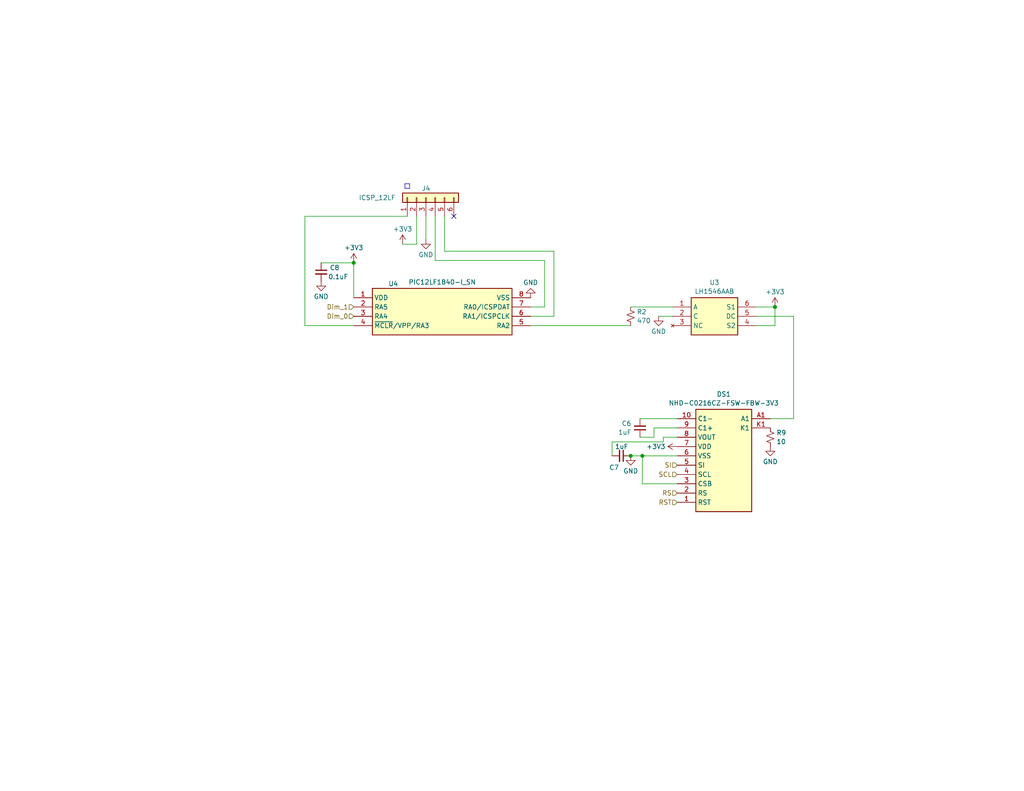
<source format=kicad_sch>
(kicad_sch (version 20230121) (generator eeschema)

  (uuid fa2cadb1-eb1f-4118-8f74-ea65f6e33c7c)

  (paper "USLetter")

  (title_block
    (title "TriBander Latching Relay Board w/LCD")
    (date "2024-Jan")
    (rev "1.0")
    (company "AI6XG")
  )

  (lib_symbols
    (symbol "+3V3_1" (power) (pin_numbers hide) (pin_names (offset 0) hide) (in_bom yes) (on_board yes)
      (property "Reference" "#PWR" (at 0 -3.81 0)
        (effects (font (size 1.27 1.27)) hide)
      )
      (property "Value" "+3V3_1" (at 0 3.556 0)
        (effects (font (size 1.27 1.27)))
      )
      (property "Footprint" "" (at 0 0 0)
        (effects (font (size 1.27 1.27)) hide)
      )
      (property "Datasheet" "" (at 0 0 0)
        (effects (font (size 1.27 1.27)) hide)
      )
      (property "ki_keywords" "global power" (at 0 0 0)
        (effects (font (size 1.27 1.27)) hide)
      )
      (property "ki_description" "Power symbol creates a global label with name \"+3V3\"" (at 0 0 0)
        (effects (font (size 1.27 1.27)) hide)
      )
      (symbol "+3V3_1_0_1"
        (polyline
          (pts
            (xy -0.762 1.27)
            (xy 0 2.54)
          )
          (stroke (width 0) (type default))
          (fill (type none))
        )
        (polyline
          (pts
            (xy 0 0)
            (xy 0 2.54)
          )
          (stroke (width 0) (type default))
          (fill (type none))
        )
        (polyline
          (pts
            (xy 0 2.54)
            (xy 0.762 1.27)
          )
          (stroke (width 0) (type default))
          (fill (type none))
        )
      )
      (symbol "+3V3_1_1_1"
        (pin power_in line (at 0 0 90) (length 0) hide
          (name "+3V3" (effects (font (size 1.27 1.27))))
          (number "1" (effects (font (size 1.27 1.27))))
        )
      )
    )
    (symbol "AI6XG_Library:LH1546AABTR" (in_bom yes) (on_board yes)
      (property "Reference" "U" (at 19.05 7.62 0)
        (effects (font (size 1.27 1.27)) (justify left top))
      )
      (property "Value" "LH1546AABTR" (at 19.05 5.08 0)
        (effects (font (size 1.27 1.27)) (justify left top))
      )
      (property "Footprint" "LH1540AABTR:SOP254P980X425-6N" (at 19.05 -94.92 0)
        (effects (font (size 1.27 1.27)) (justify left top) hide)
      )
      (property "Datasheet" "https://www.vishay.com/doc?83838" (at 19.05 -194.92 0)
        (effects (font (size 1.27 1.27)) (justify left top) hide)
      )
      (property "Height" "4.25" (at 19.05 -394.92 0)
        (effects (font (size 1.27 1.27)) (justify left top) hide)
      )
      (property "Mouser Part Number" "782-LH1546AABTR" (at 19.05 -494.92 0)
        (effects (font (size 1.27 1.27)) (justify left top) hide)
      )
      (property "Mouser Price/Stock" "https://www.mouser.co.uk/ProductDetail/Vishay-Semiconductors/LH1546AABTR?qs=xCMk%252BIHWTZOMZAySjlNOdQ%3D%3D" (at 19.05 -594.92 0)
        (effects (font (size 1.27 1.27)) (justify left top) hide)
      )
      (property "Manufacturer_Name" "Vishay" (at 19.05 -694.92 0)
        (effects (font (size 1.27 1.27)) (justify left top) hide)
      )
      (property "Manufacturer_Part_Number" "LH1546AABTR" (at 19.05 -794.92 0)
        (effects (font (size 1.27 1.27)) (justify left top) hide)
      )
      (property "ki_description" "Solid State Relays - PCB Mount Normally Open Form 1A" (at 0 0 0)
        (effects (font (size 1.27 1.27)) hide)
      )
      (symbol "LH1546AABTR_1_1"
        (rectangle (start 5.08 2.54) (end 17.78 -7.62)
          (stroke (width 0.254) (type default))
          (fill (type background))
        )
        (pin input line (at 0 0 0) (length 5.08)
          (name "A" (effects (font (size 1.27 1.27))))
          (number "1" (effects (font (size 1.27 1.27))))
        )
        (pin input line (at 0 -2.54 0) (length 5.08)
          (name "C" (effects (font (size 1.27 1.27))))
          (number "2" (effects (font (size 1.27 1.27))))
        )
        (pin no_connect line (at 0 -5.08 0) (length 5.08)
          (name "NC" (effects (font (size 1.27 1.27))))
          (number "3" (effects (font (size 1.27 1.27))))
        )
        (pin output line (at 22.86 -5.08 180) (length 5.08)
          (name "S2" (effects (font (size 1.27 1.27))))
          (number "4" (effects (font (size 1.27 1.27))))
        )
        (pin output line (at 22.86 -2.54 180) (length 5.08)
          (name "DC" (effects (font (size 1.27 1.27))))
          (number "5" (effects (font (size 1.27 1.27))))
        )
        (pin output line (at 22.86 0 180) (length 5.08)
          (name "S1" (effects (font (size 1.27 1.27))))
          (number "6" (effects (font (size 1.27 1.27))))
        )
      )
    )
    (symbol "AI6XG_Library:NHD-C0216CZ-FSW-FBW-3V3" (in_bom yes) (on_board yes)
      (property "Reference" "DS1" (at 12.7 6.6843 0)
        (effects (font (size 1.27 1.27)))
      )
      (property "Value" "NHD-C0216CZ-FSW-FBW-3V3" (at 12.7 4.2601 0)
        (effects (font (size 1.27 1.27)))
      )
      (property "Footprint" "AI6XG:NHDC0216CZFSWFBW3V3" (at 21.59 -94.92 0)
        (effects (font (size 1.27 1.27)) (justify left top) hide)
      )
      (property "Datasheet" "https://componentsearchengine.com/Datasheets/1/NHD-C0216CZ-FSW-FBW-3V3.pdf" (at 21.59 -194.92 0)
        (effects (font (size 1.27 1.27)) (justify left top) hide)
      )
      (property "Height" "4.3" (at 21.59 -394.92 0)
        (effects (font (size 1.27 1.27)) (justify left top) hide)
      )
      (property "Mouser Part Number" "763-C0216CZ-FSWFBW3V" (at 21.59 -494.92 0)
        (effects (font (size 1.27 1.27)) (justify left top) hide)
      )
      (property "Mouser Price/Stock" "https://www.mouser.co.uk/ProductDetail/Newhaven-Display/NHD-C0216CZ-FSW-FBW-3V3?qs=Vb5qD4CGh4m6cxNhtXLL7w%3D%3D" (at 21.59 -594.92 0)
        (effects (font (size 1.27 1.27)) (justify left top) hide)
      )
      (property "Manufacturer_Name" "Newhaven Display" (at 21.59 -694.92 0)
        (effects (font (size 1.27 1.27)) (justify left top) hide)
      )
      (property "Manufacturer_Part_Number" "NHD-C0216CZ-FSW-FBW-3V3" (at 21.59 -794.92 0)
        (effects (font (size 1.27 1.27)) (justify left top) hide)
      )
      (property "ki_description" "LCD Character Display Modules & Accessories FSTN (+) Transfl 41.4 x 24.3 x 4.0" (at 0 0 0)
        (effects (font (size 1.27 1.27)) hide)
      )
      (symbol "NHD-C0216CZ-FSW-FBW-3V3_1_1"
        (rectangle (start 5.08 2.54) (end 20.32 -25.4)
          (stroke (width 0.254) (type default))
          (fill (type background))
        )
        (pin input line (at 0 -22.86 0) (length 5.08)
          (name "RST" (effects (font (size 1.27 1.27))))
          (number "1" (effects (font (size 1.27 1.27))))
        )
        (pin passive line (at 0 0 0) (length 5.08)
          (name "C1-" (effects (font (size 1.27 1.27))))
          (number "10" (effects (font (size 1.27 1.27))))
        )
        (pin input line (at 0 -20.32 0) (length 5.08)
          (name "RS" (effects (font (size 1.27 1.27))))
          (number "2" (effects (font (size 1.27 1.27))))
        )
        (pin input line (at 0 -17.78 0) (length 5.08)
          (name "CSB" (effects (font (size 1.27 1.27))))
          (number "3" (effects (font (size 1.27 1.27))))
        )
        (pin input line (at 0 -15.24 0) (length 5.08)
          (name "SCL" (effects (font (size 1.27 1.27))))
          (number "4" (effects (font (size 1.27 1.27))))
        )
        (pin input line (at 0 -12.7 0) (length 5.08)
          (name "SI" (effects (font (size 1.27 1.27))))
          (number "5" (effects (font (size 1.27 1.27))))
        )
        (pin power_in line (at 0 -10.16 0) (length 5.08)
          (name "VSS" (effects (font (size 1.27 1.27))))
          (number "6" (effects (font (size 1.27 1.27))))
        )
        (pin passive line (at 0 -7.62 0) (length 5.08)
          (name "VDD" (effects (font (size 1.27 1.27))))
          (number "7" (effects (font (size 1.27 1.27))))
        )
        (pin power_out line (at 0 -5.08 0) (length 5.08)
          (name "VOUT" (effects (font (size 1.27 1.27))))
          (number "8" (effects (font (size 1.27 1.27))))
        )
        (pin passive line (at 0 -2.54 0) (length 5.08)
          (name "C1+" (effects (font (size 1.27 1.27))))
          (number "9" (effects (font (size 1.27 1.27))))
        )
        (pin passive line (at 25.4 0 180) (length 5.08)
          (name "A1" (effects (font (size 1.27 1.27))))
          (number "A1" (effects (font (size 1.27 1.27))))
        )
        (pin passive line (at 25.4 -2.54 180) (length 5.08)
          (name "K1" (effects (font (size 1.27 1.27))))
          (number "K1" (effects (font (size 1.27 1.27))))
        )
      )
    )
    (symbol "AI6XG_Library:PIC12LF1840-I_SN" (in_bom yes) (on_board yes)
      (property "Reference" "U4" (at 10.795 3.81 0)
        (effects (font (size 1.27 1.27)))
      )
      (property "Value" "PIC12LF1840-I_SN" (at 24.13 4.2601 0)
        (effects (font (size 1.27 1.27)))
      )
      (property "Footprint" "Package_SO:SO-8_3.9x4.9mm_P1.27mm" (at 44.45 -94.92 0)
        (effects (font (size 1.27 1.27)) (justify left top) hide)
      )
      (property "Datasheet" "https://componentsearchengine.com/Datasheets/1/PIC12LF1840-I_SN.pdf" (at 44.45 -194.92 0)
        (effects (font (size 1.27 1.27)) (justify left top) hide)
      )
      (property "Height" "1.75" (at 44.45 -394.92 0)
        (effects (font (size 1.27 1.27)) (justify left top) hide)
      )
      (property "Mouser Part Number" "579-PIC12LF1840-I/SN" (at 44.45 -494.92 0)
        (effects (font (size 1.27 1.27)) (justify left top) hide)
      )
      (property "Mouser Price/Stock" "https://www.mouser.co.uk/ProductDetail/Microchip-Technology/PIC12LF1840-I-SN?qs=gdymDg%2FOn%252BHFfV2rdzRchw%3D%3D" (at 44.45 -594.92 0)
        (effects (font (size 1.27 1.27)) (justify left top) hide)
      )
      (property "Manufacturer_Name" "Microchip" (at 44.45 -694.92 0)
        (effects (font (size 1.27 1.27)) (justify left top) hide)
      )
      (property "Manufacturer_Part_Number" "PIC12LF1840-I/SN" (at 44.45 -794.92 0)
        (effects (font (size 1.27 1.27)) (justify left top) hide)
      )
      (property "ki_description" "8-bit Microcontrollers - MCU 7KB Flash EEPROM 256b nanoWatt" (at 0 0 0)
        (effects (font (size 1.27 1.27)) hide)
      )
      (symbol "PIC12LF1840-I_SN_1_1"
        (rectangle (start 5.08 2.54) (end 43.18 -10.16)
          (stroke (width 0.254) (type default))
          (fill (type background))
        )
        (pin passive line (at 0 0 0) (length 5.08)
          (name "VDD" (effects (font (size 1.27 1.27))))
          (number "1" (effects (font (size 1.27 1.27))))
        )
        (pin passive line (at 0 -2.54 0) (length 5.08)
          (name "RA5" (effects (font (size 1.27 1.27))))
          (number "2" (effects (font (size 1.27 1.27))))
        )
        (pin passive line (at 0 -5.08 0) (length 5.08)
          (name "RA4" (effects (font (size 1.27 1.27))))
          (number "3" (effects (font (size 1.27 1.27))))
        )
        (pin passive line (at 0 -7.62 0) (length 5.08)
          (name "~{MCLR}/VPP/RA3" (effects (font (size 1.27 1.27))))
          (number "4" (effects (font (size 1.27 1.27))))
        )
        (pin passive line (at 48.26 -7.62 180) (length 5.08)
          (name "RA2" (effects (font (size 1.27 1.27))))
          (number "5" (effects (font (size 1.27 1.27))))
        )
        (pin passive line (at 48.26 -5.08 180) (length 5.08)
          (name "RA1/ICSPCLK" (effects (font (size 1.27 1.27))))
          (number "6" (effects (font (size 1.27 1.27))))
        )
        (pin passive line (at 48.26 -2.54 180) (length 5.08)
          (name "RA0/ICSPDAT" (effects (font (size 1.27 1.27))))
          (number "7" (effects (font (size 1.27 1.27))))
        )
        (pin passive line (at 48.26 0 180) (length 5.08)
          (name "VSS" (effects (font (size 1.27 1.27))))
          (number "8" (effects (font (size 1.27 1.27))))
        )
      )
    )
    (symbol "Connector_Generic:Conn_01x06" (pin_names (offset 1.016) hide) (in_bom yes) (on_board yes)
      (property "Reference" "J" (at 0 7.62 0)
        (effects (font (size 1.27 1.27)))
      )
      (property "Value" "Conn_01x06" (at 0 -10.16 0)
        (effects (font (size 1.27 1.27)))
      )
      (property "Footprint" "" (at 0 0 0)
        (effects (font (size 1.27 1.27)) hide)
      )
      (property "Datasheet" "~" (at 0 0 0)
        (effects (font (size 1.27 1.27)) hide)
      )
      (property "ki_keywords" "connector" (at 0 0 0)
        (effects (font (size 1.27 1.27)) hide)
      )
      (property "ki_description" "Generic connector, single row, 01x06, script generated (kicad-library-utils/schlib/autogen/connector/)" (at 0 0 0)
        (effects (font (size 1.27 1.27)) hide)
      )
      (property "ki_fp_filters" "Connector*:*_1x??_*" (at 0 0 0)
        (effects (font (size 1.27 1.27)) hide)
      )
      (symbol "Conn_01x06_1_1"
        (rectangle (start -1.27 -7.493) (end 0 -7.747)
          (stroke (width 0.1524) (type default))
          (fill (type none))
        )
        (rectangle (start -1.27 -4.953) (end 0 -5.207)
          (stroke (width 0.1524) (type default))
          (fill (type none))
        )
        (rectangle (start -1.27 -2.413) (end 0 -2.667)
          (stroke (width 0.1524) (type default))
          (fill (type none))
        )
        (rectangle (start -1.27 0.127) (end 0 -0.127)
          (stroke (width 0.1524) (type default))
          (fill (type none))
        )
        (rectangle (start -1.27 2.667) (end 0 2.413)
          (stroke (width 0.1524) (type default))
          (fill (type none))
        )
        (rectangle (start -1.27 5.207) (end 0 4.953)
          (stroke (width 0.1524) (type default))
          (fill (type none))
        )
        (rectangle (start -1.27 6.35) (end 1.27 -8.89)
          (stroke (width 0.254) (type default))
          (fill (type background))
        )
        (pin passive line (at -5.08 5.08 0) (length 3.81)
          (name "Pin_1" (effects (font (size 1.27 1.27))))
          (number "1" (effects (font (size 1.27 1.27))))
        )
        (pin passive line (at -5.08 2.54 0) (length 3.81)
          (name "Pin_2" (effects (font (size 1.27 1.27))))
          (number "2" (effects (font (size 1.27 1.27))))
        )
        (pin passive line (at -5.08 0 0) (length 3.81)
          (name "Pin_3" (effects (font (size 1.27 1.27))))
          (number "3" (effects (font (size 1.27 1.27))))
        )
        (pin passive line (at -5.08 -2.54 0) (length 3.81)
          (name "Pin_4" (effects (font (size 1.27 1.27))))
          (number "4" (effects (font (size 1.27 1.27))))
        )
        (pin passive line (at -5.08 -5.08 0) (length 3.81)
          (name "Pin_5" (effects (font (size 1.27 1.27))))
          (number "5" (effects (font (size 1.27 1.27))))
        )
        (pin passive line (at -5.08 -7.62 0) (length 3.81)
          (name "Pin_6" (effects (font (size 1.27 1.27))))
          (number "6" (effects (font (size 1.27 1.27))))
        )
      )
    )
    (symbol "Device:C_Small" (pin_numbers hide) (pin_names (offset 0.254) hide) (in_bom yes) (on_board yes)
      (property "Reference" "C" (at 0.254 1.778 0)
        (effects (font (size 1.27 1.27)) (justify left))
      )
      (property "Value" "C_Small" (at 0.254 -2.032 0)
        (effects (font (size 1.27 1.27)) (justify left))
      )
      (property "Footprint" "" (at 0 0 0)
        (effects (font (size 1.27 1.27)) hide)
      )
      (property "Datasheet" "~" (at 0 0 0)
        (effects (font (size 1.27 1.27)) hide)
      )
      (property "ki_keywords" "capacitor cap" (at 0 0 0)
        (effects (font (size 1.27 1.27)) hide)
      )
      (property "ki_description" "Unpolarized capacitor, small symbol" (at 0 0 0)
        (effects (font (size 1.27 1.27)) hide)
      )
      (property "ki_fp_filters" "C_*" (at 0 0 0)
        (effects (font (size 1.27 1.27)) hide)
      )
      (symbol "C_Small_0_1"
        (polyline
          (pts
            (xy -1.524 -0.508)
            (xy 1.524 -0.508)
          )
          (stroke (width 0.3302) (type default))
          (fill (type none))
        )
        (polyline
          (pts
            (xy -1.524 0.508)
            (xy 1.524 0.508)
          )
          (stroke (width 0.3048) (type default))
          (fill (type none))
        )
      )
      (symbol "C_Small_1_1"
        (pin passive line (at 0 2.54 270) (length 2.032)
          (name "~" (effects (font (size 1.27 1.27))))
          (number "1" (effects (font (size 1.27 1.27))))
        )
        (pin passive line (at 0 -2.54 90) (length 2.032)
          (name "~" (effects (font (size 1.27 1.27))))
          (number "2" (effects (font (size 1.27 1.27))))
        )
      )
    )
    (symbol "Device:R_Small_US" (pin_numbers hide) (pin_names (offset 0.254) hide) (in_bom yes) (on_board yes)
      (property "Reference" "R" (at 0.762 0.508 0)
        (effects (font (size 1.27 1.27)) (justify left))
      )
      (property "Value" "R_Small_US" (at 0.762 -1.016 0)
        (effects (font (size 1.27 1.27)) (justify left))
      )
      (property "Footprint" "" (at 0 0 0)
        (effects (font (size 1.27 1.27)) hide)
      )
      (property "Datasheet" "~" (at 0 0 0)
        (effects (font (size 1.27 1.27)) hide)
      )
      (property "ki_keywords" "r resistor" (at 0 0 0)
        (effects (font (size 1.27 1.27)) hide)
      )
      (property "ki_description" "Resistor, small US symbol" (at 0 0 0)
        (effects (font (size 1.27 1.27)) hide)
      )
      (property "ki_fp_filters" "R_*" (at 0 0 0)
        (effects (font (size 1.27 1.27)) hide)
      )
      (symbol "R_Small_US_1_1"
        (polyline
          (pts
            (xy 0 0)
            (xy 1.016 -0.381)
            (xy 0 -0.762)
            (xy -1.016 -1.143)
            (xy 0 -1.524)
          )
          (stroke (width 0) (type default))
          (fill (type none))
        )
        (polyline
          (pts
            (xy 0 1.524)
            (xy 1.016 1.143)
            (xy 0 0.762)
            (xy -1.016 0.381)
            (xy 0 0)
          )
          (stroke (width 0) (type default))
          (fill (type none))
        )
        (pin passive line (at 0 2.54 270) (length 1.016)
          (name "~" (effects (font (size 1.27 1.27))))
          (number "1" (effects (font (size 1.27 1.27))))
        )
        (pin passive line (at 0 -2.54 90) (length 1.016)
          (name "~" (effects (font (size 1.27 1.27))))
          (number "2" (effects (font (size 1.27 1.27))))
        )
      )
    )
    (symbol "GND_2" (power) (pin_numbers hide) (pin_names (offset 0) hide) (in_bom yes) (on_board yes)
      (property "Reference" "#PWR" (at 0 -6.35 0)
        (effects (font (size 1.27 1.27)) hide)
      )
      (property "Value" "GND_2" (at 0 -3.81 0)
        (effects (font (size 1.27 1.27)))
      )
      (property "Footprint" "" (at 0 0 0)
        (effects (font (size 1.27 1.27)) hide)
      )
      (property "Datasheet" "" (at 0 0 0)
        (effects (font (size 1.27 1.27)) hide)
      )
      (property "ki_keywords" "power-flag" (at 0 0 0)
        (effects (font (size 1.27 1.27)) hide)
      )
      (property "ki_description" "Power symbol creates a global label with name \"GND\" , ground" (at 0 0 0)
        (effects (font (size 1.27 1.27)) hide)
      )
      (symbol "GND_2_0_1"
        (polyline
          (pts
            (xy 0 0)
            (xy 0 -1.27)
            (xy 1.27 -1.27)
            (xy 0 -2.54)
            (xy -1.27 -1.27)
            (xy 0 -1.27)
          )
          (stroke (width 0) (type default))
          (fill (type none))
        )
      )
      (symbol "GND_2_1_1"
        (pin power_in line (at 0 0 270) (length 0) hide
          (name "GND" (effects (font (size 1.27 1.27))))
          (number "1" (effects (font (size 1.27 1.27))))
        )
      )
    )
    (symbol "power:+3V3" (power) (pin_numbers hide) (pin_names (offset 0) hide) (in_bom yes) (on_board yes)
      (property "Reference" "#PWR" (at 0 -3.81 0)
        (effects (font (size 1.27 1.27)) hide)
      )
      (property "Value" "+3V3" (at 0 3.556 0)
        (effects (font (size 1.27 1.27)))
      )
      (property "Footprint" "" (at 0 0 0)
        (effects (font (size 1.27 1.27)) hide)
      )
      (property "Datasheet" "" (at 0 0 0)
        (effects (font (size 1.27 1.27)) hide)
      )
      (property "ki_keywords" "global power" (at 0 0 0)
        (effects (font (size 1.27 1.27)) hide)
      )
      (property "ki_description" "Power symbol creates a global label with name \"+3V3\"" (at 0 0 0)
        (effects (font (size 1.27 1.27)) hide)
      )
      (symbol "+3V3_0_1"
        (polyline
          (pts
            (xy -0.762 1.27)
            (xy 0 2.54)
          )
          (stroke (width 0) (type default))
          (fill (type none))
        )
        (polyline
          (pts
            (xy 0 0)
            (xy 0 2.54)
          )
          (stroke (width 0) (type default))
          (fill (type none))
        )
        (polyline
          (pts
            (xy 0 2.54)
            (xy 0.762 1.27)
          )
          (stroke (width 0) (type default))
          (fill (type none))
        )
      )
      (symbol "+3V3_1_1"
        (pin power_in line (at 0 0 90) (length 0) hide
          (name "+3V3" (effects (font (size 1.27 1.27))))
          (number "1" (effects (font (size 1.27 1.27))))
        )
      )
    )
    (symbol "power:GND" (power) (pin_numbers hide) (pin_names (offset 0) hide) (in_bom yes) (on_board yes)
      (property "Reference" "#PWR" (at 0 -6.35 0)
        (effects (font (size 1.27 1.27)) hide)
      )
      (property "Value" "GND" (at 0 -3.81 0)
        (effects (font (size 1.27 1.27)))
      )
      (property "Footprint" "" (at 0 0 0)
        (effects (font (size 1.27 1.27)) hide)
      )
      (property "Datasheet" "" (at 0 0 0)
        (effects (font (size 1.27 1.27)) hide)
      )
      (property "ki_keywords" "global power" (at 0 0 0)
        (effects (font (size 1.27 1.27)) hide)
      )
      (property "ki_description" "Power symbol creates a global label with name \"GND\" , ground" (at 0 0 0)
        (effects (font (size 1.27 1.27)) hide)
      )
      (symbol "GND_0_1"
        (polyline
          (pts
            (xy 0 0)
            (xy 0 -1.27)
            (xy 1.27 -1.27)
            (xy 0 -2.54)
            (xy -1.27 -1.27)
            (xy 0 -1.27)
          )
          (stroke (width 0) (type default))
          (fill (type none))
        )
      )
      (symbol "GND_1_1"
        (pin power_in line (at 0 0 270) (length 0) hide
          (name "GND" (effects (font (size 1.27 1.27))))
          (number "1" (effects (font (size 1.27 1.27))))
        )
      )
    )
  )

  (junction (at 175.26 124.46) (diameter 0) (color 0 0 0 0)
    (uuid 4bc39a9b-2576-4339-bb70-0a06227560c1)
  )
  (junction (at 211.455 83.82) (diameter 0) (color 0 0 0 0)
    (uuid c3f02691-adbb-4c59-8290-fde8e4e309eb)
  )
  (junction (at 96.52 71.755) (diameter 0) (color 0 0 0 0)
    (uuid ce0c4c27-9004-4e3b-ad58-a28aab00e7eb)
  )
  (junction (at 172.085 124.46) (diameter 0) (color 0 0 0 0)
    (uuid e03513fa-9a0b-4664-b86e-4ef1f83615e2)
  )

  (no_connect (at 123.825 59.055) (uuid 4fbfa7e1-91a2-4e90-9c80-02815fa67185))

  (wire (pts (xy 175.26 124.46) (xy 175.26 132.08))
    (stroke (width 0) (type default))
    (uuid 034029f3-f176-4c49-ae20-8d18f5f4a9d2)
  )
  (wire (pts (xy 174.625 114.3) (xy 184.785 114.3))
    (stroke (width 0) (type default))
    (uuid 04711f11-2ee7-4d4e-91d4-83f9839bd20d)
  )
  (wire (pts (xy 180.975 119.38) (xy 180.975 120.65))
    (stroke (width 0) (type default))
    (uuid 0a6c27df-b6b2-4903-b5f9-38b7e13f4a35)
  )
  (wire (pts (xy 216.535 114.3) (xy 210.185 114.3))
    (stroke (width 0) (type default))
    (uuid 1480ae77-d86e-486b-aa7f-e59d000e9168)
  )
  (wire (pts (xy 172.085 83.82) (xy 183.515 83.82))
    (stroke (width 0) (type default))
    (uuid 17418d68-35f0-41b3-94f6-90fd94a9a938)
  )
  (wire (pts (xy 206.375 86.36) (xy 216.535 86.36))
    (stroke (width 0) (type default))
    (uuid 24c5b496-d2ac-4b34-90a5-f237cb083149)
  )
  (wire (pts (xy 179.705 86.36) (xy 183.515 86.36))
    (stroke (width 0) (type default))
    (uuid 2c09f914-f356-4046-b345-28a3b8802d9a)
  )
  (wire (pts (xy 211.455 83.82) (xy 211.455 88.9))
    (stroke (width 0) (type default))
    (uuid 2cb28fd1-d947-4761-a244-4d02ee8fae8b)
  )
  (polyline (pts (xy 110.49 50.165) (xy 111.76 50.165))
    (stroke (width 0) (type default))
    (uuid 305e5dda-d644-4914-a017-a966e77d6407)
  )

  (wire (pts (xy 83.185 59.055) (xy 83.185 88.9))
    (stroke (width 0) (type default))
    (uuid 3230d608-cc69-4819-890a-b5adaa8a23ad)
  )
  (wire (pts (xy 216.535 86.36) (xy 216.535 114.3))
    (stroke (width 0) (type default))
    (uuid 417e4ded-2a04-41d7-88d1-bfbcf0e04b61)
  )
  (wire (pts (xy 184.785 132.08) (xy 175.26 132.08))
    (stroke (width 0) (type default))
    (uuid 486cda68-24a8-49f6-93eb-7b2d365f2e74)
  )
  (wire (pts (xy 175.26 124.46) (xy 184.785 124.46))
    (stroke (width 0) (type default))
    (uuid 4a0cb8e5-a3e5-4812-ac56-dd0c6ff9809c)
  )
  (wire (pts (xy 116.205 65.405) (xy 116.205 59.055))
    (stroke (width 0) (type default))
    (uuid 4ac82e3d-4b41-4d8d-86b3-687bb48752f7)
  )
  (wire (pts (xy 118.745 71.12) (xy 148.59 71.12))
    (stroke (width 0) (type default))
    (uuid 506e8fa5-bf22-4036-b7c5-ee50d7e714cb)
  )
  (wire (pts (xy 206.375 83.82) (xy 211.455 83.82))
    (stroke (width 0) (type default))
    (uuid 51f6f6c7-9b82-4ad4-af48-df7db6ad0742)
  )
  (polyline (pts (xy 111.76 51.435) (xy 111.76 50.165))
    (stroke (width 0) (type default))
    (uuid 67e481d3-f3ac-4653-a614-e1174058533e)
  )

  (wire (pts (xy 180.975 120.65) (xy 167.005 120.65))
    (stroke (width 0) (type default))
    (uuid 6811b165-457e-44fe-8016-036d384f09a1)
  )
  (wire (pts (xy 121.285 59.055) (xy 121.285 68.58))
    (stroke (width 0) (type default))
    (uuid 74273e73-2d25-4e12-a9f8-eef968a5f551)
  )
  (wire (pts (xy 144.78 88.9) (xy 172.085 88.9))
    (stroke (width 0) (type default))
    (uuid 76b992cf-d181-40d7-a6fa-6c3df5e191eb)
  )
  (wire (pts (xy 178.435 119.38) (xy 178.435 116.84))
    (stroke (width 0) (type default))
    (uuid 7ba09f01-3c05-4c70-a542-bec67123c06b)
  )
  (wire (pts (xy 148.59 71.12) (xy 148.59 83.82))
    (stroke (width 0) (type default))
    (uuid 804fa1f1-1750-42c4-aaba-96243401f112)
  )
  (wire (pts (xy 83.185 88.9) (xy 96.52 88.9))
    (stroke (width 0) (type default))
    (uuid 817d32bc-505a-4db5-ba41-61a8a0d8bc6b)
  )
  (wire (pts (xy 151.13 86.36) (xy 144.78 86.36))
    (stroke (width 0) (type default))
    (uuid 86ad23f2-22b7-4aba-b5cb-88f0aa036ee6)
  )
  (wire (pts (xy 87.63 71.755) (xy 96.52 71.755))
    (stroke (width 0) (type default))
    (uuid 99fb7ca7-fae5-41e2-9339-5bd6a237e079)
  )
  (wire (pts (xy 148.59 83.82) (xy 144.78 83.82))
    (stroke (width 0) (type default))
    (uuid 9d6675ba-d8cc-4ae5-9e65-6ee3c27ff655)
  )
  (wire (pts (xy 151.13 68.58) (xy 151.13 86.36))
    (stroke (width 0) (type default))
    (uuid a50cf12c-d542-4f89-b7e6-d171b71caf9b)
  )
  (polyline (pts (xy 110.49 51.435) (xy 111.76 51.435))
    (stroke (width 0) (type default))
    (uuid a89918b3-94b0-44ed-9af7-2f33ac6afda0)
  )

  (wire (pts (xy 178.435 116.84) (xy 184.785 116.84))
    (stroke (width 0) (type default))
    (uuid ad48988f-e7ed-45d2-ae44-98df9da32fa3)
  )
  (wire (pts (xy 184.785 119.38) (xy 180.975 119.38))
    (stroke (width 0) (type default))
    (uuid b6cc882e-2fa2-4495-8199-0f68469c973d)
  )
  (wire (pts (xy 172.085 124.46) (xy 175.26 124.46))
    (stroke (width 0) (type default))
    (uuid b703ea96-3ae8-4111-b1df-590579ecdec3)
  )
  (wire (pts (xy 118.745 59.055) (xy 118.745 71.12))
    (stroke (width 0) (type default))
    (uuid bf7ce587-7403-4a7c-81b6-76e8facce1e2)
  )
  (wire (pts (xy 167.005 120.65) (xy 167.005 124.46))
    (stroke (width 0) (type default))
    (uuid c38920a2-70fb-4188-a878-14e848405957)
  )
  (wire (pts (xy 96.52 71.755) (xy 96.52 81.28))
    (stroke (width 0) (type default))
    (uuid da3d277e-1288-4a52-8f4e-3a7ea9856133)
  )
  (wire (pts (xy 206.375 88.9) (xy 211.455 88.9))
    (stroke (width 0) (type default))
    (uuid e5a90266-6b6f-4cdf-9bd9-8b9ed19326b7)
  )
  (wire (pts (xy 174.625 119.38) (xy 178.435 119.38))
    (stroke (width 0) (type default))
    (uuid ef236c5f-809d-43ce-adb9-c1fc9c836b72)
  )
  (wire (pts (xy 111.125 59.055) (xy 83.185 59.055))
    (stroke (width 0) (type default))
    (uuid f2912b83-543d-4468-afa8-ea9c2a6f7b87)
  )
  (wire (pts (xy 113.665 66.675) (xy 113.665 59.055))
    (stroke (width 0) (type default))
    (uuid f38ce549-9c4c-4ad2-8e49-d971c6f89f10)
  )
  (wire (pts (xy 121.285 68.58) (xy 151.13 68.58))
    (stroke (width 0) (type default))
    (uuid f492a7c8-1a77-4dad-a3b1-6196e2269f92)
  )
  (wire (pts (xy 109.855 66.675) (xy 113.665 66.675))
    (stroke (width 0) (type default))
    (uuid f7829470-d525-45bb-8af8-eaa199b34b22)
  )
  (polyline (pts (xy 110.49 50.1691) (xy 110.49 51.435))
    (stroke (width 0) (type default))
    (uuid fe92fb89-fa71-46ed-8eee-c4be1f42fbe7)
  )

  (hierarchical_label "Dim_1" (shape input) (at 96.52 83.82 180) (fields_autoplaced)
    (effects (font (size 1.27 1.27)) (justify right))
    (uuid 1e9cefd5-9f20-4a82-8af3-985794cd2ca8)
  )
  (hierarchical_label "RS" (shape input) (at 184.785 134.62 180) (fields_autoplaced)
    (effects (font (size 1.27 1.27)) (justify right))
    (uuid 66f2b5cc-fa45-4715-b10a-d9d3e6cf948f)
  )
  (hierarchical_label "SI" (shape input) (at 184.785 127 180) (fields_autoplaced)
    (effects (font (size 1.27 1.27)) (justify right))
    (uuid 87ba7307-a13c-468d-a743-e2e48c2342c4)
  )
  (hierarchical_label "Dim_0" (shape input) (at 96.52 86.36 180) (fields_autoplaced)
    (effects (font (size 1.27 1.27)) (justify right))
    (uuid cac75fde-b2e3-4fda-910b-6b2299be6a1d)
  )
  (hierarchical_label "RST" (shape input) (at 184.785 137.16 180) (fields_autoplaced)
    (effects (font (size 1.27 1.27)) (justify right))
    (uuid e4939f7f-b0f2-4eb7-9c8b-45bb69760707)
  )
  (hierarchical_label "SCL" (shape input) (at 184.785 129.54 180) (fields_autoplaced)
    (effects (font (size 1.27 1.27)) (justify right))
    (uuid ebe206f8-ba5c-4869-a010-bec56dbd0a76)
  )

  (symbol (lib_id "AI6XG_Library:PIC12LF1840-I_SN") (at 96.52 81.28 0) (unit 1)
    (in_bom yes) (on_board yes) (dnp no)
    (uuid 0d5888c4-3c74-4e01-881b-9d6163c39b3c)
    (property "Reference" "U4" (at 107.315 77.47 0)
      (effects (font (size 1.27 1.27)))
    )
    (property "Value" "PIC12LF1840-I_SN" (at 120.65 77.0199 0)
      (effects (font (size 1.27 1.27)))
    )
    (property "Footprint" "Package_SO:SO-8_3.9x4.9mm_P1.27mm" (at 140.97 176.2 0)
      (effects (font (size 1.27 1.27)) (justify left top) hide)
    )
    (property "Datasheet" "https://componentsearchengine.com/Datasheets/1/PIC12LF1840-I_SN.pdf" (at 140.97 276.2 0)
      (effects (font (size 1.27 1.27)) (justify left top) hide)
    )
    (property "Height" "1.75" (at 140.97 476.2 0)
      (effects (font (size 1.27 1.27)) (justify left top) hide)
    )
    (property "Mouser Part Number" "579-PIC12LF1840-I/SN" (at 140.97 576.2 0)
      (effects (font (size 1.27 1.27)) (justify left top) hide)
    )
    (property "Mouser Price/Stock" "https://www.mouser.co.uk/ProductDetail/Microchip-Technology/PIC12LF1840-I-SN?qs=gdymDg%2FOn%252BHFfV2rdzRchw%3D%3D" (at 140.97 676.2 0)
      (effects (font (size 1.27 1.27)) (justify left top) hide)
    )
    (property "Manufacturer_Name" "Microchip" (at 140.97 776.2 0)
      (effects (font (size 1.27 1.27)) (justify left top) hide)
    )
    (property "Manufacturer_Part_Number" "PIC12LF1840-I/SN" (at 140.97 876.2 0)
      (effects (font (size 1.27 1.27)) (justify left top) hide)
    )
    (pin "1" (uuid 8b3c0d7c-cc0a-4d18-b52c-33a672e1686d))
    (pin "3" (uuid ad81ea72-fbf6-4d76-a684-ba4c1d77cca6))
    (pin "2" (uuid 7b2d14ea-f991-4dba-aafe-9cf7d1d735d7))
    (pin "4" (uuid 0053fc28-3f63-49cb-a5b9-51ee4355f42b))
    (pin "8" (uuid e8dad740-84e7-4020-8c02-21e8489dbee6))
    (pin "5" (uuid 5fac4504-7b3e-4f7e-aabb-e553e3a90e88))
    (pin "7" (uuid 446fea5e-36b0-4a1f-afe9-af5bcef13d1f))
    (pin "6" (uuid 49a1bf28-95f0-49a9-8265-bd851fc892eb))
    (instances
      (project "Relay_LCD k7"
        (path "/60506b3f-c0a5-4ea7-bfdc-5cd73cb14972/60c9033d-ef84-4f2e-953e-f90c1cec3c0a"
          (reference "U4") (unit 1)
        )
      )
    )
  )

  (symbol (lib_id "Device:C_Small") (at 169.545 124.46 270) (mirror x) (unit 1)
    (in_bom yes) (on_board yes) (dnp no)
    (uuid 2a36abcd-d452-4b95-a7fc-c861b9383287)
    (property "Reference" "C7" (at 168.91 127.635 90)
      (effects (font (size 1.27 1.27)) (justify right))
    )
    (property "Value" "1uF" (at 171.45 121.92 90)
      (effects (font (size 1.27 1.27)) (justify right))
    )
    (property "Footprint" "Capacitor_SMD:C_1206_3216Metric_Pad1.33x1.80mm_HandSolder" (at 169.545 124.46 0)
      (effects (font (size 1.27 1.27)) hide)
    )
    (property "Datasheet" "~" (at 169.545 124.46 0)
      (effects (font (size 1.27 1.27)) hide)
    )
    (pin "2" (uuid d58f64e6-0073-46e6-875b-cba31b9c9261))
    (pin "1" (uuid 98f50f6a-8e42-42f8-a0c0-ce98ac373036))
    (instances
      (project "Relay_LCD k7"
        (path "/60506b3f-c0a5-4ea7-bfdc-5cd73cb14972/60c9033d-ef84-4f2e-953e-f90c1cec3c0a"
          (reference "C7") (unit 1)
        )
      )
    )
  )

  (symbol (lib_id "Device:R_Small_US") (at 210.185 119.38 0) (unit 1)
    (in_bom yes) (on_board yes) (dnp no) (fields_autoplaced)
    (uuid 30a1eafe-af8a-460c-8082-7286aa91accd)
    (property "Reference" "R9" (at 211.836 118.1679 0)
      (effects (font (size 1.27 1.27)) (justify left))
    )
    (property "Value" "10" (at 211.836 120.5921 0)
      (effects (font (size 1.27 1.27)) (justify left))
    )
    (property "Footprint" "Resistor_SMD:R_1206_3216Metric_Pad1.30x1.75mm_HandSolder" (at 210.185 119.38 0)
      (effects (font (size 1.27 1.27)) hide)
    )
    (property "Datasheet" "~" (at 210.185 119.38 0)
      (effects (font (size 1.27 1.27)) hide)
    )
    (pin "1" (uuid 19fb0afe-0146-4d4c-907a-0d39431472b6))
    (pin "2" (uuid 40416177-924e-4738-9cdb-e102ddd493ac))
    (instances
      (project "Relay_LCD k7"
        (path "/60506b3f-c0a5-4ea7-bfdc-5cd73cb14972/60c9033d-ef84-4f2e-953e-f90c1cec3c0a"
          (reference "R9") (unit 1)
        )
      )
    )
  )

  (symbol (lib_id "power:+3V3") (at 96.52 71.755 0) (unit 1)
    (in_bom yes) (on_board yes) (dnp no) (fields_autoplaced)
    (uuid 400472b6-f7be-4420-bf0f-fcbdc49b82e7)
    (property "Reference" "#PWR041" (at 96.52 75.565 0)
      (effects (font (size 1.27 1.27)) hide)
    )
    (property "Value" "+3V3" (at 96.52 67.6219 0)
      (effects (font (size 1.27 1.27)))
    )
    (property "Footprint" "" (at 96.52 71.755 0)
      (effects (font (size 1.27 1.27)) hide)
    )
    (property "Datasheet" "" (at 96.52 71.755 0)
      (effects (font (size 1.27 1.27)) hide)
    )
    (pin "1" (uuid 5f1d92d4-7a75-4698-8599-03248eebcd59))
    (instances
      (project "Relay_LCD k7"
        (path "/60506b3f-c0a5-4ea7-bfdc-5cd73cb14972/60c9033d-ef84-4f2e-953e-f90c1cec3c0a"
          (reference "#PWR041") (unit 1)
        )
      )
    )
  )

  (symbol (lib_name "GND_2") (lib_id "power:GND") (at 87.63 76.835 0) (unit 1)
    (in_bom yes) (on_board yes) (dnp no) (fields_autoplaced)
    (uuid 4364ee3c-f756-4929-a461-aed7ec92452b)
    (property "Reference" "#PWR047" (at 87.63 83.185 0)
      (effects (font (size 1.27 1.27)) hide)
    )
    (property "Value" "GND" (at 87.63 80.9681 0)
      (effects (font (size 1.27 1.27)))
    )
    (property "Footprint" "" (at 87.63 76.835 0)
      (effects (font (size 1.27 1.27)) hide)
    )
    (property "Datasheet" "" (at 87.63 76.835 0)
      (effects (font (size 1.27 1.27)) hide)
    )
    (pin "1" (uuid 477e87ab-16ce-493a-8373-cf7e71504995))
    (instances
      (project "Relay_LCD k7"
        (path "/60506b3f-c0a5-4ea7-bfdc-5cd73cb14972/60c9033d-ef84-4f2e-953e-f90c1cec3c0a"
          (reference "#PWR047") (unit 1)
        )
      )
    )
  )

  (symbol (lib_id "power:+3V3") (at 109.855 66.675 0) (unit 1)
    (in_bom yes) (on_board yes) (dnp no) (fields_autoplaced)
    (uuid 4c63b5d3-9b28-431a-8586-89c9b8eba300)
    (property "Reference" "#PWR045" (at 109.855 70.485 0)
      (effects (font (size 1.27 1.27)) hide)
    )
    (property "Value" "+3V3" (at 109.855 62.5419 0)
      (effects (font (size 1.27 1.27)))
    )
    (property "Footprint" "" (at 109.855 66.675 0)
      (effects (font (size 1.27 1.27)) hide)
    )
    (property "Datasheet" "" (at 109.855 66.675 0)
      (effects (font (size 1.27 1.27)) hide)
    )
    (pin "1" (uuid ff89b482-b9af-40f9-b1a3-6328fc5173b1))
    (instances
      (project "Relay_LCD k7"
        (path "/60506b3f-c0a5-4ea7-bfdc-5cd73cb14972/60c9033d-ef84-4f2e-953e-f90c1cec3c0a"
          (reference "#PWR045") (unit 1)
        )
      )
    )
  )

  (symbol (lib_id "Device:R_Small_US") (at 172.085 86.36 0) (unit 1)
    (in_bom yes) (on_board yes) (dnp no) (fields_autoplaced)
    (uuid 52444b20-2829-4519-a805-131defac0903)
    (property "Reference" "R2" (at 173.736 85.1479 0)
      (effects (font (size 1.27 1.27)) (justify left))
    )
    (property "Value" "470" (at 173.736 87.5721 0)
      (effects (font (size 1.27 1.27)) (justify left))
    )
    (property "Footprint" "Resistor_SMD:R_1206_3216Metric_Pad1.30x1.75mm_HandSolder" (at 172.085 86.36 0)
      (effects (font (size 1.27 1.27)) hide)
    )
    (property "Datasheet" "~" (at 172.085 86.36 0)
      (effects (font (size 1.27 1.27)) hide)
    )
    (pin "1" (uuid 9f8949e0-9785-41ec-8ac2-d682600e765b))
    (pin "2" (uuid ce4e05d4-edaf-4295-98b8-c629d7751512))
    (instances
      (project "Relay_LCD k7"
        (path "/60506b3f-c0a5-4ea7-bfdc-5cd73cb14972/60c9033d-ef84-4f2e-953e-f90c1cec3c0a"
          (reference "R2") (unit 1)
        )
      )
    )
  )

  (symbol (lib_id "Device:C_Small") (at 174.625 116.84 0) (mirror x) (unit 1)
    (in_bom yes) (on_board yes) (dnp no)
    (uuid 5f89b348-bc66-4346-ba49-2e606152748a)
    (property "Reference" "C6" (at 172.3009 115.6215 0)
      (effects (font (size 1.27 1.27)) (justify right))
    )
    (property "Value" "1uF" (at 172.3009 118.0457 0)
      (effects (font (size 1.27 1.27)) (justify right))
    )
    (property "Footprint" "Capacitor_SMD:C_1206_3216Metric_Pad1.33x1.80mm_HandSolder" (at 174.625 116.84 0)
      (effects (font (size 1.27 1.27)) hide)
    )
    (property "Datasheet" "~" (at 174.625 116.84 0)
      (effects (font (size 1.27 1.27)) hide)
    )
    (pin "2" (uuid 18210195-cfda-4697-ab42-39b134234597))
    (pin "1" (uuid 27febd17-5acb-4f4a-b555-f99ec5b27956))
    (instances
      (project "Relay_LCD k7"
        (path "/60506b3f-c0a5-4ea7-bfdc-5cd73cb14972/60c9033d-ef84-4f2e-953e-f90c1cec3c0a"
          (reference "C6") (unit 1)
        )
      )
    )
  )

  (symbol (lib_id "power:GND") (at 144.78 81.28 180) (unit 1)
    (in_bom yes) (on_board yes) (dnp no) (fields_autoplaced)
    (uuid 6d3ff0d7-9752-4c69-89bf-ce7bc7d27915)
    (property "Reference" "#PWR039" (at 144.78 74.93 0)
      (effects (font (size 1.27 1.27)) hide)
    )
    (property "Value" "GND" (at 144.78 77.1469 0)
      (effects (font (size 1.27 1.27)))
    )
    (property "Footprint" "" (at 144.78 81.28 0)
      (effects (font (size 1.27 1.27)) hide)
    )
    (property "Datasheet" "" (at 144.78 81.28 0)
      (effects (font (size 1.27 1.27)) hide)
    )
    (pin "1" (uuid b73520ee-4c44-49a8-a544-f861e86bc212))
    (instances
      (project "Relay_LCD k7"
        (path "/60506b3f-c0a5-4ea7-bfdc-5cd73cb14972/60c9033d-ef84-4f2e-953e-f90c1cec3c0a"
          (reference "#PWR039") (unit 1)
        )
      )
    )
  )

  (symbol (lib_id "power:GND") (at 172.085 124.46 0) (unit 1)
    (in_bom yes) (on_board yes) (dnp no) (fields_autoplaced)
    (uuid 86f2a5eb-6c15-4904-98f1-f9aa5b275b16)
    (property "Reference" "#PWR043" (at 172.085 130.81 0)
      (effects (font (size 1.27 1.27)) hide)
    )
    (property "Value" "GND" (at 172.085 128.5931 0)
      (effects (font (size 1.27 1.27)))
    )
    (property "Footprint" "" (at 172.085 124.46 0)
      (effects (font (size 1.27 1.27)) hide)
    )
    (property "Datasheet" "" (at 172.085 124.46 0)
      (effects (font (size 1.27 1.27)) hide)
    )
    (pin "1" (uuid 104f4ed7-f1cb-471e-8315-bf4b309142d3))
    (instances
      (project "Relay_LCD k7"
        (path "/60506b3f-c0a5-4ea7-bfdc-5cd73cb14972/60c9033d-ef84-4f2e-953e-f90c1cec3c0a"
          (reference "#PWR043") (unit 1)
        )
      )
    )
  )

  (symbol (lib_id "power:GND") (at 210.185 121.92 0) (unit 1)
    (in_bom yes) (on_board yes) (dnp no) (fields_autoplaced)
    (uuid a1b7659d-7ae4-4ddb-a653-a9d33686f410)
    (property "Reference" "#PWR038" (at 210.185 128.27 0)
      (effects (font (size 1.27 1.27)) hide)
    )
    (property "Value" "GND" (at 210.185 126.0531 0)
      (effects (font (size 1.27 1.27)))
    )
    (property "Footprint" "" (at 210.185 121.92 0)
      (effects (font (size 1.27 1.27)) hide)
    )
    (property "Datasheet" "" (at 210.185 121.92 0)
      (effects (font (size 1.27 1.27)) hide)
    )
    (pin "1" (uuid 6de00aaa-a670-4e73-b490-ab2b7edefad0))
    (instances
      (project "Relay_LCD k7"
        (path "/60506b3f-c0a5-4ea7-bfdc-5cd73cb14972/60c9033d-ef84-4f2e-953e-f90c1cec3c0a"
          (reference "#PWR038") (unit 1)
        )
      )
    )
  )

  (symbol (lib_name "+3V3_1") (lib_id "power:+3V3") (at 184.785 121.92 90) (unit 1)
    (in_bom yes) (on_board yes) (dnp no) (fields_autoplaced)
    (uuid b4ce137f-b48c-4b05-a90f-ae2a315ada34)
    (property "Reference" "#PWR044" (at 188.595 121.92 0)
      (effects (font (size 1.27 1.27)) hide)
    )
    (property "Value" "+3V3" (at 181.61 121.92 90)
      (effects (font (size 1.27 1.27)) (justify left))
    )
    (property "Footprint" "" (at 184.785 121.92 0)
      (effects (font (size 1.27 1.27)) hide)
    )
    (property "Datasheet" "" (at 184.785 121.92 0)
      (effects (font (size 1.27 1.27)) hide)
    )
    (pin "1" (uuid 27473d77-e07f-40d3-bfce-3e2287c30d15))
    (instances
      (project "Relay_LCD k7"
        (path "/60506b3f-c0a5-4ea7-bfdc-5cd73cb14972/60c9033d-ef84-4f2e-953e-f90c1cec3c0a"
          (reference "#PWR044") (unit 1)
        )
      )
    )
  )

  (symbol (lib_id "Connector_Generic:Conn_01x06") (at 116.205 53.975 90) (unit 1)
    (in_bom yes) (on_board yes) (dnp no)
    (uuid c169655a-4d2d-4c11-b120-1160c540fe89)
    (property "Reference" "J4" (at 117.475 51.435 90)
      (effects (font (size 1.27 1.27)) (justify left))
    )
    (property "Value" "ICSP_12LF" (at 107.95 53.975 90)
      (effects (font (size 1.27 1.27)) (justify left))
    )
    (property "Footprint" "Connector_PinHeader_2.54mm:PinHeader_1x06_P2.54mm_Vertical" (at 116.205 53.975 0)
      (effects (font (size 1.27 1.27)) hide)
    )
    (property "Datasheet" "~" (at 116.205 53.975 0)
      (effects (font (size 1.27 1.27)) hide)
    )
    (pin "1" (uuid a681a939-c33f-4d3c-98b3-c3ed37190f14))
    (pin "2" (uuid 8d10b1de-7a28-456a-a19a-d0b6aa67c885))
    (pin "3" (uuid 666aa278-d063-417a-ad82-3c4acb6a1a7a))
    (pin "4" (uuid ffd2c646-4f48-4456-9acd-8d68c572e015))
    (pin "5" (uuid 74a0d902-2d3a-4788-86ef-4e19c5ae24c9))
    (pin "6" (uuid 9a864623-f402-4a97-ba1f-c70e077152e0))
    (instances
      (project "Relay_LCD k7"
        (path "/60506b3f-c0a5-4ea7-bfdc-5cd73cb14972/60c9033d-ef84-4f2e-953e-f90c1cec3c0a"
          (reference "J4") (unit 1)
        )
      )
    )
  )

  (symbol (lib_id "AI6XG_Library:NHD-C0216CZ-FSW-FBW-3V3") (at 184.785 114.3 0) (unit 1)
    (in_bom yes) (on_board yes) (dnp no) (fields_autoplaced)
    (uuid cae237ac-4ca4-4aec-9217-cb6abf776830)
    (property "Reference" "DS1" (at 197.485 107.6157 0)
      (effects (font (size 1.27 1.27)))
    )
    (property "Value" "NHD-C0216CZ-FSW-FBW-3V3" (at 197.485 110.0399 0)
      (effects (font (size 1.27 1.27)))
    )
    (property "Footprint" "AI6XG:NHDC0216CZFSWFBW3V3" (at 206.375 209.22 0)
      (effects (font (size 1.27 1.27)) (justify left top) hide)
    )
    (property "Datasheet" "https://componentsearchengine.com/Datasheets/1/NHD-C0216CZ-FSW-FBW-3V3.pdf" (at 206.375 309.22 0)
      (effects (font (size 1.27 1.27)) (justify left top) hide)
    )
    (property "Height" "4.3" (at 206.375 509.22 0)
      (effects (font (size 1.27 1.27)) (justify left top) hide)
    )
    (property "Mouser Part Number" "763-C0216CZ-FSWFBW3V" (at 206.375 609.22 0)
      (effects (font (size 1.27 1.27)) (justify left top) hide)
    )
    (property "Mouser Price/Stock" "https://www.mouser.co.uk/ProductDetail/Newhaven-Display/NHD-C0216CZ-FSW-FBW-3V3?qs=Vb5qD4CGh4m6cxNhtXLL7w%3D%3D" (at 206.375 709.22 0)
      (effects (font (size 1.27 1.27)) (justify left top) hide)
    )
    (property "Manufacturer_Name" "Newhaven Display" (at 206.375 809.22 0)
      (effects (font (size 1.27 1.27)) (justify left top) hide)
    )
    (property "Manufacturer_Part_Number" "NHD-C0216CZ-FSW-FBW-3V3" (at 206.375 909.22 0)
      (effects (font (size 1.27 1.27)) (justify left top) hide)
    )
    (pin "3" (uuid 5cfc4750-c296-4d83-9b03-cd593c93701b))
    (pin "10" (uuid fc5aaa54-8f0c-4cd0-8caf-e8209792bdbd))
    (pin "K1" (uuid a27d3751-1631-499d-9f13-4b7b5c820f13))
    (pin "5" (uuid 41c3a39a-f913-4375-893d-1c5974e29e14))
    (pin "1" (uuid 503f8210-f5da-4ef6-b841-f280877054fd))
    (pin "8" (uuid 9e42e925-9464-42ac-8712-34b5274a6f33))
    (pin "2" (uuid 9bd179b6-4226-4a0e-98b8-448565aca60a))
    (pin "6" (uuid 24894220-9bf1-42a8-bfd6-0410fa83fb29))
    (pin "7" (uuid 99b1e592-dee6-40eb-9c01-46aa94d21ef5))
    (pin "4" (uuid bc27103d-b021-4f7b-a8cb-b723611e92b9))
    (pin "9" (uuid d028bd58-69d7-4b35-93ee-0df7246aa44e))
    (pin "A1" (uuid 7c31810d-b556-4855-9431-947cb77b9b3d))
    (instances
      (project "Relay_LCD k7"
        (path "/60506b3f-c0a5-4ea7-bfdc-5cd73cb14972/60c9033d-ef84-4f2e-953e-f90c1cec3c0a"
          (reference "DS1") (unit 1)
        )
      )
    )
  )

  (symbol (lib_id "power:GND") (at 179.705 86.36 0) (unit 1)
    (in_bom yes) (on_board yes) (dnp no) (fields_autoplaced)
    (uuid ccf3bf07-0c97-4ab4-b9a4-bd12a643de42)
    (property "Reference" "#PWR040" (at 179.705 92.71 0)
      (effects (font (size 1.27 1.27)) hide)
    )
    (property "Value" "GND" (at 179.705 90.4931 0)
      (effects (font (size 1.27 1.27)))
    )
    (property "Footprint" "" (at 179.705 86.36 0)
      (effects (font (size 1.27 1.27)) hide)
    )
    (property "Datasheet" "" (at 179.705 86.36 0)
      (effects (font (size 1.27 1.27)) hide)
    )
    (pin "1" (uuid f4e7ca4c-841e-4ae0-9c4d-a7830fbdd012))
    (instances
      (project "Relay_LCD k7"
        (path "/60506b3f-c0a5-4ea7-bfdc-5cd73cb14972/60c9033d-ef84-4f2e-953e-f90c1cec3c0a"
          (reference "#PWR040") (unit 1)
        )
      )
    )
  )

  (symbol (lib_id "AI6XG_Library:LH1546AABTR") (at 183.515 83.82 0) (unit 1)
    (in_bom yes) (on_board yes) (dnp no) (fields_autoplaced)
    (uuid cf862243-7551-49d9-8514-e145d6a6f714)
    (property "Reference" "U3" (at 194.945 77.1357 0)
      (effects (font (size 1.27 1.27)))
    )
    (property "Value" "LH1546AAB" (at 194.945 79.5599 0)
      (effects (font (size 1.27 1.27)))
    )
    (property "Footprint" "LH1540AABTR:SOP254P980X425-6N" (at 202.565 178.74 0)
      (effects (font (size 1.27 1.27)) (justify left top) hide)
    )
    (property "Datasheet" "https://www.vishay.com/doc?83838" (at 202.565 278.74 0)
      (effects (font (size 1.27 1.27)) (justify left top) hide)
    )
    (property "Height" "4.25" (at 202.565 478.74 0)
      (effects (font (size 1.27 1.27)) (justify left top) hide)
    )
    (property "Mouser Part Number" "782-LH1546AABTR" (at 202.565 578.74 0)
      (effects (font (size 1.27 1.27)) (justify left top) hide)
    )
    (property "Mouser Price/Stock" "https://www.mouser.co.uk/ProductDetail/Vishay-Semiconductors/LH1546AABTR?qs=xCMk%252BIHWTZOMZAySjlNOdQ%3D%3D" (at 202.565 678.74 0)
      (effects (font (size 1.27 1.27)) (justify left top) hide)
    )
    (property "Manufacturer_Name" "Vishay" (at 202.565 778.74 0)
      (effects (font (size 1.27 1.27)) (justify left top) hide)
    )
    (property "Manufacturer_Part_Number" "LH1546AABTR" (at 202.565 878.74 0)
      (effects (font (size 1.27 1.27)) (justify left top) hide)
    )
    (pin "3" (uuid 0f2b58fb-15af-4372-acc1-4d84c43fe4af))
    (pin "6" (uuid a6f66513-eaa8-428f-a967-9c1560674ac9))
    (pin "2" (uuid 1140294e-c4e3-4a91-9a8f-7045a73289b2))
    (pin "4" (uuid 7e3f1f17-8b4a-440f-bd68-ce83ba771639))
    (pin "1" (uuid 215183b3-ea66-47f9-b37a-b1dbbfaef8d8))
    (pin "5" (uuid 1313662f-2d2a-4ae5-af71-e8c8a22abc1e))
    (instances
      (project "Relay_LCD k7"
        (path "/60506b3f-c0a5-4ea7-bfdc-5cd73cb14972/60c9033d-ef84-4f2e-953e-f90c1cec3c0a"
          (reference "U3") (unit 1)
        )
      )
    )
  )

  (symbol (lib_name "GND_2") (lib_id "power:GND") (at 116.205 65.405 0) (unit 1)
    (in_bom yes) (on_board yes) (dnp no) (fields_autoplaced)
    (uuid d16cbdf6-7dc1-4784-921d-2a96f8cdefa2)
    (property "Reference" "#PWR046" (at 116.205 71.755 0)
      (effects (font (size 1.27 1.27)) hide)
    )
    (property "Value" "GND" (at 116.205 69.5381 0)
      (effects (font (size 1.27 1.27)))
    )
    (property "Footprint" "" (at 116.205 65.405 0)
      (effects (font (size 1.27 1.27)) hide)
    )
    (property "Datasheet" "" (at 116.205 65.405 0)
      (effects (font (size 1.27 1.27)) hide)
    )
    (pin "1" (uuid f1426537-2df8-484c-8482-ef0fc8ea4966))
    (instances
      (project "Relay_LCD k7"
        (path "/60506b3f-c0a5-4ea7-bfdc-5cd73cb14972/60c9033d-ef84-4f2e-953e-f90c1cec3c0a"
          (reference "#PWR046") (unit 1)
        )
      )
    )
  )

  (symbol (lib_id "Device:C_Small") (at 87.63 74.295 0) (unit 1)
    (in_bom yes) (on_board yes) (dnp no)
    (uuid e2e8309e-9a20-422b-b9e0-4d5924099260)
    (property "Reference" "C8" (at 89.9541 73.0892 0)
      (effects (font (size 1.27 1.27)) (justify left))
    )
    (property "Value" "0.1uF" (at 89.535 75.565 0)
      (effects (font (size 1.27 1.27)) (justify left))
    )
    (property "Footprint" "Capacitor_SMD:C_1206_3216Metric_Pad1.33x1.80mm_HandSolder" (at 87.63 74.295 0)
      (effects (font (size 1.27 1.27)) hide)
    )
    (property "Datasheet" "~" (at 87.63 74.295 0)
      (effects (font (size 1.27 1.27)) hide)
    )
    (pin "1" (uuid ff486a6a-38de-4940-9061-aca6d17b70ba))
    (pin "2" (uuid 3dff7ded-56a3-4f93-8b0e-a28542c27db9))
    (instances
      (project "Relay_LCD k7"
        (path "/60506b3f-c0a5-4ea7-bfdc-5cd73cb14972/60c9033d-ef84-4f2e-953e-f90c1cec3c0a"
          (reference "C8") (unit 1)
        )
      )
    )
  )

  (symbol (lib_name "+3V3_1") (lib_id "power:+3V3") (at 211.455 83.82 0) (unit 1)
    (in_bom yes) (on_board yes) (dnp no) (fields_autoplaced)
    (uuid f8de2356-6e4e-4a66-8b4a-6df822cc4414)
    (property "Reference" "#PWR042" (at 211.455 87.63 0)
      (effects (font (size 1.27 1.27)) hide)
    )
    (property "Value" "+3V3" (at 211.455 79.6869 0)
      (effects (font (size 1.27 1.27)))
    )
    (property "Footprint" "" (at 211.455 83.82 0)
      (effects (font (size 1.27 1.27)) hide)
    )
    (property "Datasheet" "" (at 211.455 83.82 0)
      (effects (font (size 1.27 1.27)) hide)
    )
    (pin "1" (uuid 5f1d92d4-7a75-4698-8599-03248eebcd5a))
    (instances
      (project "Relay_LCD k7"
        (path "/60506b3f-c0a5-4ea7-bfdc-5cd73cb14972/60c9033d-ef84-4f2e-953e-f90c1cec3c0a"
          (reference "#PWR042") (unit 1)
        )
      )
    )
  )
)

</source>
